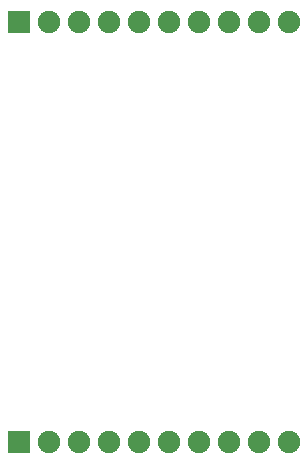
<source format=gbs>
G04 DipTrace 2.4.0.2*
%INBottomMask.gbr*%
%MOIN*%
%ADD81C,0.0749*%
%ADD83R,0.0749X0.0749*%
%FSLAX44Y44*%
G04*
G70*
G90*
G75*
G01*
%LNBotMask*%
%LPD*%
D83*
X6940Y18940D3*
D81*
X7940D3*
X8940D3*
X9940D3*
X10940D3*
X11940D3*
X12940D3*
X13940D3*
X14940D3*
X15940D3*
D83*
X6940Y4940D3*
D81*
X7940D3*
X8940D3*
X9940D3*
X10940D3*
X11940D3*
X12940D3*
X13940D3*
X14940D3*
X15940D3*
M02*

</source>
